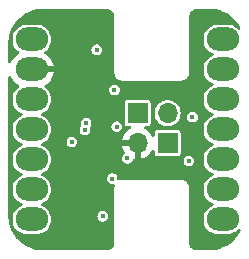
<source format=gbr>
%TF.GenerationSoftware,KiCad,Pcbnew,8.0.8-unknown-202501290020~8b811aa383~ubuntu22.04.1*%
%TF.CreationDate,2025-03-26T11:50:05+00:00*%
%TF.ProjectId,CONTROLLER_XIAO,434f4e54-524f-44c4-9c45-525f5849414f,rev?*%
%TF.SameCoordinates,Original*%
%TF.FileFunction,Copper,L3,Inr*%
%TF.FilePolarity,Positive*%
%FSLAX46Y46*%
G04 Gerber Fmt 4.6, Leading zero omitted, Abs format (unit mm)*
G04 Created by KiCad (PCBNEW 8.0.8-unknown-202501290020~8b811aa383~ubuntu22.04.1) date 2025-03-26 11:50:05*
%MOMM*%
%LPD*%
G01*
G04 APERTURE LIST*
G04 Aperture macros list*
%AMRoundRect*
0 Rectangle with rounded corners*
0 $1 Rounding radius*
0 $2 $3 $4 $5 $6 $7 $8 $9 X,Y pos of 4 corners*
0 Add a 4 corners polygon primitive as box body*
4,1,4,$2,$3,$4,$5,$6,$7,$8,$9,$2,$3,0*
0 Add four circle primitives for the rounded corners*
1,1,$1+$1,$2,$3*
1,1,$1+$1,$4,$5*
1,1,$1+$1,$6,$7*
1,1,$1+$1,$8,$9*
0 Add four rect primitives between the rounded corners*
20,1,$1+$1,$2,$3,$4,$5,0*
20,1,$1+$1,$4,$5,$6,$7,0*
20,1,$1+$1,$6,$7,$8,$9,0*
20,1,$1+$1,$8,$9,$2,$3,0*%
G04 Aperture macros list end*
%TA.AperFunction,ComponentPad*%
%ADD10R,1.700000X1.700000*%
%TD*%
%TA.AperFunction,ComponentPad*%
%ADD11O,1.700000X1.700000*%
%TD*%
%TA.AperFunction,ComponentPad*%
%ADD12RoundRect,1.000000X0.375000X0.000010X-0.375000X0.000010X-0.375000X-0.000010X0.375000X-0.000010X0*%
%TD*%
%TA.AperFunction,ViaPad*%
%ADD13C,0.400000*%
%TD*%
G04 APERTURE END LIST*
D10*
%TO.N,/Sync*%
%TO.C,J3*%
X57460000Y-82860000D03*
D11*
%TO.N,GND*%
X57460000Y-85400000D03*
%TD*%
D10*
%TO.N,VSYS*%
%TO.C,J1*%
X60000000Y-85400000D03*
D11*
%TO.N,/extRef*%
X60000000Y-82860000D03*
%TD*%
D12*
%TO.N,/addr_bus_0*%
%TO.C,U2*%
X64665000Y-76621750D03*
%TO.N,/addr_bus_1*%
X64665000Y-79161750D03*
%TO.N,/addr_bus_2*%
X64665000Y-81701750D03*
%TO.N,/Sync*%
X64665000Y-84241750D03*
%TO.N,/I2C_SDA*%
X64665000Y-86781750D03*
%TO.N,/i2C_SCL*%
X64665000Y-89321750D03*
%TO.N,/IO2*%
X64665000Y-91861750D03*
%TO.N,/IO1_out*%
X48500000Y-91861750D03*
%TO.N,/SCLK*%
X48500000Y-89321750D03*
%TO.N,/POCI*%
X48500000Y-86781750D03*
%TO.N,/PICO*%
X48500000Y-84241750D03*
%TO.N,+3.3V*%
X48500000Y-81701750D03*
%TO.N,GND*%
X48500000Y-79161750D03*
%TO.N,VSYS*%
X48500000Y-76621750D03*
%TD*%
D13*
%TO.N,+3.3V*%
X62100000Y-83200000D03*
X61800000Y-86900000D03*
X55500000Y-80900000D03*
%TO.N,GND*%
X52200000Y-81500000D03*
X51700000Y-93900000D03*
X51500000Y-78200000D03*
X51650000Y-90540000D03*
%TO.N,/IO2*%
X56600000Y-86700000D03*
%TO.N,/PICO*%
X51900000Y-85300000D03*
%TO.N,/extRef*%
X55300000Y-88400000D03*
%TO.N,VSYS*%
X55700000Y-84000000D03*
%TO.N,/addr_bus_4*%
X54500000Y-91600000D03*
X53000000Y-84300000D03*
%TO.N,/addr_bus_3*%
X53100000Y-83700000D03*
X54000000Y-77500000D03*
%TD*%
%TA.AperFunction,Conductor*%
%TO.N,GND*%
G36*
X54806060Y-74011097D02*
G01*
X54821563Y-74012623D01*
X54922367Y-74022552D01*
X54946192Y-74027291D01*
X55052178Y-74059441D01*
X55074630Y-74068741D01*
X55110817Y-74088084D01*
X55172294Y-74120944D01*
X55192504Y-74134448D01*
X55263536Y-74192742D01*
X55278109Y-74204702D01*
X55295297Y-74221890D01*
X55365550Y-74307493D01*
X55379055Y-74327705D01*
X55431256Y-74425366D01*
X55440559Y-74447824D01*
X55472706Y-74553798D01*
X55477448Y-74577638D01*
X55488903Y-74693938D01*
X55489500Y-74706093D01*
X55489500Y-79469982D01*
X55516802Y-79607237D01*
X55516805Y-79607249D01*
X55570361Y-79736546D01*
X55570363Y-79736550D01*
X55648114Y-79852912D01*
X55648120Y-79852920D01*
X55747079Y-79951879D01*
X55747087Y-79951885D01*
X55863449Y-80029636D01*
X55863453Y-80029638D01*
X55975988Y-80076251D01*
X55992755Y-80083196D01*
X56130017Y-80110499D01*
X56130021Y-80110500D01*
X56130022Y-80110500D01*
X61169979Y-80110500D01*
X61169980Y-80110499D01*
X61307245Y-80083196D01*
X61436548Y-80029637D01*
X61436550Y-80029636D01*
X61494341Y-79991020D01*
X61552917Y-79951882D01*
X61651882Y-79852917D01*
X61729637Y-79736548D01*
X61783196Y-79607245D01*
X61810500Y-79469978D01*
X61810500Y-79400000D01*
X61810500Y-79396588D01*
X61810500Y-74706093D01*
X61811097Y-74693939D01*
X61817392Y-74630022D01*
X61822552Y-74577630D01*
X61827290Y-74553809D01*
X61859442Y-74447817D01*
X61868740Y-74425372D01*
X61920947Y-74327699D01*
X61934444Y-74307499D01*
X62004706Y-74221885D01*
X62021885Y-74204706D01*
X62107499Y-74134444D01*
X62127699Y-74120947D01*
X62225372Y-74068740D01*
X62247817Y-74059442D01*
X62353809Y-74027290D01*
X62377632Y-74022552D01*
X62468699Y-74013582D01*
X62493941Y-74011097D01*
X62506094Y-74010500D01*
X63496588Y-74010500D01*
X63496749Y-74010500D01*
X63503241Y-74010669D01*
X63806004Y-74026546D01*
X63818890Y-74027900D01*
X64115139Y-74074830D01*
X64127812Y-74077524D01*
X64417527Y-74155160D01*
X64429849Y-74159164D01*
X64709861Y-74266656D01*
X64721708Y-74271931D01*
X64804215Y-74313972D01*
X64988941Y-74408098D01*
X65000171Y-74414581D01*
X65251722Y-74577944D01*
X65262199Y-74585556D01*
X65495242Y-74774272D01*
X65495290Y-74774311D01*
X65504935Y-74782996D01*
X65717003Y-74995064D01*
X65725688Y-75004709D01*
X65914439Y-75237795D01*
X65922058Y-75248281D01*
X66044391Y-75436653D01*
X66085412Y-75499818D01*
X66091901Y-75511057D01*
X66145903Y-75617037D01*
X66158800Y-75685706D01*
X66132525Y-75750447D01*
X66075419Y-75790705D01*
X66005614Y-75793699D01*
X65947738Y-75761015D01*
X65844657Y-75657934D01*
X65844654Y-75657931D01*
X65844650Y-75657928D01*
X65844645Y-75657924D01*
X65659632Y-75529747D01*
X65659630Y-75529745D01*
X65659626Y-75529743D01*
X65618487Y-75511057D01*
X65454681Y-75436653D01*
X65454678Y-75436652D01*
X65236420Y-75381655D01*
X65236413Y-75381654D01*
X65192347Y-75378186D01*
X65104217Y-75371250D01*
X65104215Y-75371250D01*
X64225791Y-75371250D01*
X64225776Y-75371251D01*
X64093586Y-75381654D01*
X64093579Y-75381655D01*
X63875321Y-75436652D01*
X63875318Y-75436653D01*
X63670377Y-75529741D01*
X63670367Y-75529747D01*
X63485354Y-75657924D01*
X63485342Y-75657934D01*
X63326184Y-75817092D01*
X63326174Y-75817104D01*
X63197997Y-76002117D01*
X63197991Y-76002127D01*
X63104903Y-76207068D01*
X63104902Y-76207071D01*
X63049905Y-76425329D01*
X63049904Y-76425336D01*
X63039500Y-76557528D01*
X63039500Y-76685957D01*
X63039501Y-76685974D01*
X63049904Y-76818163D01*
X63049905Y-76818170D01*
X63104902Y-77036428D01*
X63104903Y-77036431D01*
X63197991Y-77241372D01*
X63197997Y-77241382D01*
X63326174Y-77426395D01*
X63326178Y-77426400D01*
X63326181Y-77426404D01*
X63485346Y-77585569D01*
X63485350Y-77585572D01*
X63485354Y-77585575D01*
X63601650Y-77666145D01*
X63670374Y-77713757D01*
X63707557Y-77730646D01*
X63813683Y-77778851D01*
X63866580Y-77824498D01*
X63886402Y-77891497D01*
X63866854Y-77958577D01*
X63814143Y-78004439D01*
X63813683Y-78004649D01*
X63670377Y-78069741D01*
X63670367Y-78069747D01*
X63485354Y-78197924D01*
X63485342Y-78197934D01*
X63326184Y-78357092D01*
X63326174Y-78357104D01*
X63197997Y-78542117D01*
X63197991Y-78542127D01*
X63104903Y-78747068D01*
X63104902Y-78747071D01*
X63049905Y-78965329D01*
X63049904Y-78965336D01*
X63039500Y-79097528D01*
X63039500Y-79225957D01*
X63039501Y-79225974D01*
X63049904Y-79358163D01*
X63049905Y-79358170D01*
X63104902Y-79576428D01*
X63104903Y-79576431D01*
X63197991Y-79781372D01*
X63197997Y-79781382D01*
X63326174Y-79966395D01*
X63326178Y-79966400D01*
X63326181Y-79966404D01*
X63485346Y-80125569D01*
X63485350Y-80125572D01*
X63485354Y-80125575D01*
X63624603Y-80222047D01*
X63670374Y-80253757D01*
X63745139Y-80287717D01*
X63813683Y-80318851D01*
X63866580Y-80364498D01*
X63886402Y-80431497D01*
X63866854Y-80498577D01*
X63814143Y-80544439D01*
X63813683Y-80544649D01*
X63670377Y-80609741D01*
X63670367Y-80609747D01*
X63485354Y-80737924D01*
X63485342Y-80737934D01*
X63326184Y-80897092D01*
X63326174Y-80897104D01*
X63197997Y-81082117D01*
X63197991Y-81082127D01*
X63104903Y-81287068D01*
X63104902Y-81287071D01*
X63049905Y-81505329D01*
X63049904Y-81505336D01*
X63039500Y-81637528D01*
X63039500Y-81765957D01*
X63039501Y-81765974D01*
X63049904Y-81898163D01*
X63049905Y-81898170D01*
X63104902Y-82116428D01*
X63104903Y-82116431D01*
X63197991Y-82321372D01*
X63197997Y-82321382D01*
X63326174Y-82506395D01*
X63326178Y-82506400D01*
X63326181Y-82506404D01*
X63485346Y-82665569D01*
X63485350Y-82665572D01*
X63485354Y-82665575D01*
X63606493Y-82749500D01*
X63670374Y-82793757D01*
X63745139Y-82827717D01*
X63813683Y-82858851D01*
X63866580Y-82904498D01*
X63886402Y-82971497D01*
X63866854Y-83038577D01*
X63814143Y-83084439D01*
X63813683Y-83084649D01*
X63670377Y-83149741D01*
X63670367Y-83149747D01*
X63485354Y-83277924D01*
X63485342Y-83277934D01*
X63326184Y-83437092D01*
X63326174Y-83437104D01*
X63197997Y-83622117D01*
X63197991Y-83622127D01*
X63104903Y-83827068D01*
X63104902Y-83827071D01*
X63049905Y-84045329D01*
X63049904Y-84045336D01*
X63039500Y-84177528D01*
X63039500Y-84305957D01*
X63039501Y-84305974D01*
X63049904Y-84438163D01*
X63049905Y-84438170D01*
X63104902Y-84656428D01*
X63104903Y-84656431D01*
X63197991Y-84861372D01*
X63197997Y-84861382D01*
X63326174Y-85046395D01*
X63326178Y-85046400D01*
X63326181Y-85046404D01*
X63485346Y-85205569D01*
X63485350Y-85205572D01*
X63485354Y-85205575D01*
X63584120Y-85274000D01*
X63670374Y-85333757D01*
X63745139Y-85367717D01*
X63813683Y-85398851D01*
X63866580Y-85444498D01*
X63886402Y-85511497D01*
X63866854Y-85578577D01*
X63814143Y-85624439D01*
X63813683Y-85624649D01*
X63670377Y-85689741D01*
X63670367Y-85689747D01*
X63485354Y-85817924D01*
X63485342Y-85817934D01*
X63326184Y-85977092D01*
X63326174Y-85977104D01*
X63197997Y-86162117D01*
X63197991Y-86162127D01*
X63104903Y-86367068D01*
X63104902Y-86367071D01*
X63049905Y-86585329D01*
X63049904Y-86585336D01*
X63039500Y-86717528D01*
X63039500Y-86845957D01*
X63039501Y-86845974D01*
X63049904Y-86978163D01*
X63049905Y-86978170D01*
X63104902Y-87196428D01*
X63104903Y-87196431D01*
X63197991Y-87401372D01*
X63197997Y-87401382D01*
X63326174Y-87586395D01*
X63326178Y-87586400D01*
X63326181Y-87586404D01*
X63485346Y-87745569D01*
X63485350Y-87745572D01*
X63485354Y-87745575D01*
X63624603Y-87842047D01*
X63670374Y-87873757D01*
X63745139Y-87907717D01*
X63813683Y-87938851D01*
X63866580Y-87984498D01*
X63886402Y-88051497D01*
X63866854Y-88118577D01*
X63814143Y-88164439D01*
X63813683Y-88164649D01*
X63670377Y-88229741D01*
X63670367Y-88229747D01*
X63485354Y-88357924D01*
X63485342Y-88357934D01*
X63326184Y-88517092D01*
X63326174Y-88517104D01*
X63197997Y-88702117D01*
X63197991Y-88702127D01*
X63104903Y-88907068D01*
X63104902Y-88907071D01*
X63049905Y-89125329D01*
X63049904Y-89125336D01*
X63039500Y-89257528D01*
X63039500Y-89385957D01*
X63039501Y-89385974D01*
X63049904Y-89518163D01*
X63049905Y-89518170D01*
X63104902Y-89736428D01*
X63104903Y-89736431D01*
X63197991Y-89941372D01*
X63197997Y-89941382D01*
X63326174Y-90126395D01*
X63326178Y-90126400D01*
X63326181Y-90126404D01*
X63485346Y-90285569D01*
X63485350Y-90285572D01*
X63485354Y-90285575D01*
X63624603Y-90382047D01*
X63670374Y-90413757D01*
X63745139Y-90447717D01*
X63813683Y-90478851D01*
X63866580Y-90524498D01*
X63886402Y-90591497D01*
X63866854Y-90658577D01*
X63814143Y-90704439D01*
X63813683Y-90704649D01*
X63670377Y-90769741D01*
X63670367Y-90769747D01*
X63485354Y-90897924D01*
X63485342Y-90897934D01*
X63326184Y-91057092D01*
X63326174Y-91057104D01*
X63197997Y-91242117D01*
X63197991Y-91242127D01*
X63104903Y-91447068D01*
X63104902Y-91447071D01*
X63049905Y-91665329D01*
X63049904Y-91665336D01*
X63039500Y-91797528D01*
X63039500Y-91925957D01*
X63039501Y-91925974D01*
X63049904Y-92058163D01*
X63049905Y-92058170D01*
X63104902Y-92276428D01*
X63104903Y-92276431D01*
X63197991Y-92481372D01*
X63197997Y-92481382D01*
X63326174Y-92666395D01*
X63326178Y-92666400D01*
X63326181Y-92666404D01*
X63485346Y-92825569D01*
X63485350Y-92825572D01*
X63485354Y-92825575D01*
X63624603Y-92922047D01*
X63670374Y-92953757D01*
X63875317Y-93046846D01*
X63875321Y-93046847D01*
X64093579Y-93101844D01*
X64093581Y-93101844D01*
X64093588Y-93101846D01*
X64225783Y-93112250D01*
X65104216Y-93112249D01*
X65236412Y-93101846D01*
X65454683Y-93046846D01*
X65659626Y-92953757D01*
X65844654Y-92825569D01*
X65964991Y-92705231D01*
X66026310Y-92671749D01*
X66096002Y-92676733D01*
X66151936Y-92718604D01*
X66176353Y-92784068D01*
X66163154Y-92849209D01*
X66091945Y-92988968D01*
X66085455Y-93000209D01*
X65922109Y-93251741D01*
X65914480Y-93262241D01*
X65725730Y-93495329D01*
X65717045Y-93504975D01*
X65504975Y-93717045D01*
X65495329Y-93725730D01*
X65262241Y-93914480D01*
X65251741Y-93922109D01*
X65000209Y-94085455D01*
X64988968Y-94091945D01*
X64721736Y-94228104D01*
X64709879Y-94233383D01*
X64429878Y-94340864D01*
X64417533Y-94344875D01*
X64127838Y-94422495D01*
X64115143Y-94425194D01*
X63818901Y-94472111D01*
X63805992Y-94473467D01*
X63503245Y-94489330D01*
X63496757Y-94489500D01*
X62506094Y-94489500D01*
X62493940Y-94488903D01*
X62377639Y-94477448D01*
X62353799Y-94472706D01*
X62311469Y-94459865D01*
X62247824Y-94440559D01*
X62225366Y-94431256D01*
X62127705Y-94379055D01*
X62107493Y-94365550D01*
X62021890Y-94295297D01*
X62004702Y-94278109D01*
X61934449Y-94192506D01*
X61920944Y-94172294D01*
X61868741Y-94074630D01*
X61859440Y-94052175D01*
X61827291Y-93946192D01*
X61822552Y-93922367D01*
X61811097Y-93806060D01*
X61810500Y-93793906D01*
X61810500Y-89130021D01*
X61810499Y-89130017D01*
X61809568Y-89125336D01*
X61783196Y-88992755D01*
X61780847Y-88987083D01*
X61729638Y-88863453D01*
X61729636Y-88863449D01*
X61651885Y-88747087D01*
X61651879Y-88747079D01*
X61552920Y-88648120D01*
X61552912Y-88648114D01*
X61436550Y-88570363D01*
X61436546Y-88570361D01*
X61307249Y-88516805D01*
X61307237Y-88516802D01*
X61169982Y-88489500D01*
X61169978Y-88489500D01*
X61104349Y-88489500D01*
X56203412Y-88489500D01*
X56200000Y-88489500D01*
X56130022Y-88489500D01*
X56130017Y-88489500D01*
X55992762Y-88516802D01*
X55992750Y-88516805D01*
X55923407Y-88545528D01*
X55853937Y-88552997D01*
X55791458Y-88521721D01*
X55755807Y-88461632D01*
X55753218Y-88413316D01*
X55755133Y-88400000D01*
X55736697Y-88271774D01*
X55682882Y-88153938D01*
X55682882Y-88153937D01*
X55598049Y-88056033D01*
X55489069Y-87985996D01*
X55489065Y-87985994D01*
X55489064Y-87985994D01*
X55364774Y-87949500D01*
X55364772Y-87949500D01*
X55235228Y-87949500D01*
X55235226Y-87949500D01*
X55110935Y-87985994D01*
X55110932Y-87985995D01*
X55110931Y-87985996D01*
X55059677Y-88018934D01*
X55001950Y-88056033D01*
X54917118Y-88153937D01*
X54917117Y-88153938D01*
X54863302Y-88271774D01*
X54844867Y-88400000D01*
X54863302Y-88528225D01*
X54908276Y-88626702D01*
X54917118Y-88646063D01*
X55001951Y-88743967D01*
X55110931Y-88814004D01*
X55120910Y-88816934D01*
X55235225Y-88850499D01*
X55235227Y-88850500D01*
X55235228Y-88850500D01*
X55364773Y-88850500D01*
X55373552Y-88849238D01*
X55373944Y-88851968D01*
X55429629Y-88851960D01*
X55488413Y-88889725D01*
X55517448Y-88953276D01*
X55516330Y-88995134D01*
X55489500Y-89130017D01*
X55489500Y-93793906D01*
X55488903Y-93806061D01*
X55477448Y-93922361D01*
X55472706Y-93946201D01*
X55440559Y-94052175D01*
X55431256Y-94074633D01*
X55379055Y-94172294D01*
X55365550Y-94192506D01*
X55295297Y-94278109D01*
X55278109Y-94295297D01*
X55192506Y-94365550D01*
X55172294Y-94379055D01*
X55074633Y-94431256D01*
X55052175Y-94440559D01*
X54946201Y-94472706D01*
X54922361Y-94477448D01*
X54806061Y-94488903D01*
X54793906Y-94489500D01*
X49503251Y-94489500D01*
X49496759Y-94489330D01*
X49444613Y-94486595D01*
X49194005Y-94473454D01*
X49181098Y-94472097D01*
X48884871Y-94425171D01*
X48872176Y-94422472D01*
X48582483Y-94344842D01*
X48570139Y-94340831D01*
X48290143Y-94233345D01*
X48278287Y-94228066D01*
X48011058Y-94091901D01*
X47999818Y-94085412D01*
X47748281Y-93922058D01*
X47737795Y-93914439D01*
X47592262Y-93796588D01*
X47504709Y-93725688D01*
X47495064Y-93717003D01*
X47282996Y-93504935D01*
X47274311Y-93495290D01*
X47194862Y-93397179D01*
X47085556Y-93262199D01*
X47077944Y-93251722D01*
X46914581Y-93000171D01*
X46908098Y-92988941D01*
X46771933Y-92721712D01*
X46766654Y-92709856D01*
X46753939Y-92676733D01*
X46659164Y-92429849D01*
X46655160Y-92417527D01*
X46577524Y-92127812D01*
X46574830Y-92115139D01*
X46527900Y-91818890D01*
X46526546Y-91806004D01*
X46510670Y-91503241D01*
X46510500Y-91496748D01*
X46510500Y-79809503D01*
X46530185Y-79742464D01*
X46582989Y-79696709D01*
X46652147Y-79686765D01*
X46715703Y-79715790D01*
X46750018Y-79764429D01*
X46772794Y-79822802D01*
X46900046Y-80036358D01*
X47060703Y-80226044D01*
X47060705Y-80226046D01*
X47250391Y-80386702D01*
X47394953Y-80472843D01*
X47442467Y-80524070D01*
X47454743Y-80592853D01*
X47427884Y-80657353D01*
X47402095Y-80681294D01*
X47320354Y-80737924D01*
X47320342Y-80737934D01*
X47161184Y-80897092D01*
X47161174Y-80897104D01*
X47032997Y-81082117D01*
X47032991Y-81082127D01*
X46939903Y-81287068D01*
X46939902Y-81287071D01*
X46884905Y-81505329D01*
X46884904Y-81505336D01*
X46874500Y-81637528D01*
X46874500Y-81765957D01*
X46874501Y-81765974D01*
X46884904Y-81898163D01*
X46884905Y-81898170D01*
X46939902Y-82116428D01*
X46939903Y-82116431D01*
X47032991Y-82321372D01*
X47032997Y-82321382D01*
X47161174Y-82506395D01*
X47161178Y-82506400D01*
X47161181Y-82506404D01*
X47320346Y-82665569D01*
X47320350Y-82665572D01*
X47320354Y-82665575D01*
X47441493Y-82749500D01*
X47505374Y-82793757D01*
X47580139Y-82827717D01*
X47648683Y-82858851D01*
X47701580Y-82904498D01*
X47721402Y-82971497D01*
X47701854Y-83038577D01*
X47649143Y-83084439D01*
X47648683Y-83084649D01*
X47505377Y-83149741D01*
X47505367Y-83149747D01*
X47320354Y-83277924D01*
X47320342Y-83277934D01*
X47161184Y-83437092D01*
X47161174Y-83437104D01*
X47032997Y-83622117D01*
X47032991Y-83622127D01*
X46939903Y-83827068D01*
X46939902Y-83827071D01*
X46884905Y-84045329D01*
X46884904Y-84045336D01*
X46874500Y-84177528D01*
X46874500Y-84305957D01*
X46874501Y-84305974D01*
X46884904Y-84438163D01*
X46884905Y-84438170D01*
X46939902Y-84656428D01*
X46939903Y-84656431D01*
X47032991Y-84861372D01*
X47032997Y-84861382D01*
X47161174Y-85046395D01*
X47161178Y-85046400D01*
X47161181Y-85046404D01*
X47320346Y-85205569D01*
X47320350Y-85205572D01*
X47320354Y-85205575D01*
X47419120Y-85274000D01*
X47505374Y-85333757D01*
X47580139Y-85367717D01*
X47648683Y-85398851D01*
X47701580Y-85444498D01*
X47721402Y-85511497D01*
X47701854Y-85578577D01*
X47649143Y-85624439D01*
X47648683Y-85624649D01*
X47505377Y-85689741D01*
X47505367Y-85689747D01*
X47320354Y-85817924D01*
X47320342Y-85817934D01*
X47161184Y-85977092D01*
X47161174Y-85977104D01*
X47032997Y-86162117D01*
X47032991Y-86162127D01*
X46939903Y-86367068D01*
X46939902Y-86367071D01*
X46884905Y-86585329D01*
X46884904Y-86585336D01*
X46874500Y-86717528D01*
X46874500Y-86845957D01*
X46874501Y-86845974D01*
X46884904Y-86978163D01*
X46884905Y-86978170D01*
X46939902Y-87196428D01*
X46939903Y-87196431D01*
X47032991Y-87401372D01*
X47032997Y-87401382D01*
X47161174Y-87586395D01*
X47161178Y-87586400D01*
X47161181Y-87586404D01*
X47320346Y-87745569D01*
X47320350Y-87745572D01*
X47320354Y-87745575D01*
X47459603Y-87842047D01*
X47505374Y-87873757D01*
X47580139Y-87907717D01*
X47648683Y-87938851D01*
X47701580Y-87984498D01*
X47721402Y-88051497D01*
X47701854Y-88118577D01*
X47649143Y-88164439D01*
X47648683Y-88164649D01*
X47505377Y-88229741D01*
X47505367Y-88229747D01*
X47320354Y-88357924D01*
X47320342Y-88357934D01*
X47161184Y-88517092D01*
X47161174Y-88517104D01*
X47032997Y-88702117D01*
X47032991Y-88702127D01*
X46939903Y-88907068D01*
X46939902Y-88907071D01*
X46884905Y-89125329D01*
X46884904Y-89125336D01*
X46874500Y-89257528D01*
X46874500Y-89385957D01*
X46874501Y-89385974D01*
X46884904Y-89518163D01*
X46884905Y-89518170D01*
X46939902Y-89736428D01*
X46939903Y-89736431D01*
X47032991Y-89941372D01*
X47032997Y-89941382D01*
X47161174Y-90126395D01*
X47161178Y-90126400D01*
X47161181Y-90126404D01*
X47320346Y-90285569D01*
X47320350Y-90285572D01*
X47320354Y-90285575D01*
X47459603Y-90382047D01*
X47505374Y-90413757D01*
X47580139Y-90447717D01*
X47648683Y-90478851D01*
X47701580Y-90524498D01*
X47721402Y-90591497D01*
X47701854Y-90658577D01*
X47649143Y-90704439D01*
X47648683Y-90704649D01*
X47505377Y-90769741D01*
X47505367Y-90769747D01*
X47320354Y-90897924D01*
X47320342Y-90897934D01*
X47161184Y-91057092D01*
X47161174Y-91057104D01*
X47032997Y-91242117D01*
X47032991Y-91242127D01*
X46939903Y-91447068D01*
X46939902Y-91447071D01*
X46884905Y-91665329D01*
X46884904Y-91665336D01*
X46874500Y-91797528D01*
X46874500Y-91925957D01*
X46874501Y-91925974D01*
X46884904Y-92058163D01*
X46884905Y-92058170D01*
X46939902Y-92276428D01*
X46939903Y-92276431D01*
X47032991Y-92481372D01*
X47032997Y-92481382D01*
X47161174Y-92666395D01*
X47161178Y-92666400D01*
X47161181Y-92666404D01*
X47320346Y-92825569D01*
X47320350Y-92825572D01*
X47320354Y-92825575D01*
X47459603Y-92922047D01*
X47505374Y-92953757D01*
X47710317Y-93046846D01*
X47710321Y-93046847D01*
X47928579Y-93101844D01*
X47928581Y-93101844D01*
X47928588Y-93101846D01*
X48060783Y-93112250D01*
X48939216Y-93112249D01*
X49071412Y-93101846D01*
X49289683Y-93046846D01*
X49494626Y-92953757D01*
X49679654Y-92825569D01*
X49838819Y-92666404D01*
X49967007Y-92481376D01*
X50060096Y-92276433D01*
X50115096Y-92058162D01*
X50125500Y-91925967D01*
X50125499Y-91797534D01*
X50115096Y-91665338D01*
X50098632Y-91600000D01*
X54044867Y-91600000D01*
X54063302Y-91728225D01*
X54094955Y-91797533D01*
X54117118Y-91846063D01*
X54201951Y-91943967D01*
X54310931Y-92014004D01*
X54435225Y-92050499D01*
X54435227Y-92050500D01*
X54435228Y-92050500D01*
X54564773Y-92050500D01*
X54564773Y-92050499D01*
X54689069Y-92014004D01*
X54798049Y-91943967D01*
X54882882Y-91846063D01*
X54936697Y-91728226D01*
X54955133Y-91600000D01*
X54936697Y-91471774D01*
X54882882Y-91353937D01*
X54798049Y-91256033D01*
X54689069Y-91185996D01*
X54689065Y-91185994D01*
X54689064Y-91185994D01*
X54564774Y-91149500D01*
X54564772Y-91149500D01*
X54435228Y-91149500D01*
X54435226Y-91149500D01*
X54310935Y-91185994D01*
X54310932Y-91185995D01*
X54310931Y-91185996D01*
X54259677Y-91218934D01*
X54201950Y-91256033D01*
X54117118Y-91353937D01*
X54117117Y-91353938D01*
X54063302Y-91471774D01*
X54044867Y-91600000D01*
X50098632Y-91600000D01*
X50060096Y-91447067D01*
X49967007Y-91242124D01*
X49838819Y-91057096D01*
X49679654Y-90897931D01*
X49679650Y-90897928D01*
X49679645Y-90897924D01*
X49494632Y-90769747D01*
X49494623Y-90769741D01*
X49351316Y-90704649D01*
X49298419Y-90659002D01*
X49278597Y-90592003D01*
X49298145Y-90524924D01*
X49350855Y-90479061D01*
X49351316Y-90478851D01*
X49494626Y-90413757D01*
X49679654Y-90285569D01*
X49838819Y-90126404D01*
X49967007Y-89941376D01*
X50060096Y-89736433D01*
X50115096Y-89518162D01*
X50125500Y-89385967D01*
X50125499Y-89257534D01*
X50115096Y-89125338D01*
X50081689Y-88992762D01*
X50060097Y-88907071D01*
X50060096Y-88907068D01*
X50052218Y-88889725D01*
X49967007Y-88702124D01*
X49870611Y-88562985D01*
X49838825Y-88517104D01*
X49838822Y-88517100D01*
X49838819Y-88517096D01*
X49679654Y-88357931D01*
X49679650Y-88357928D01*
X49679645Y-88357924D01*
X49494632Y-88229747D01*
X49494623Y-88229741D01*
X49351316Y-88164649D01*
X49298419Y-88119002D01*
X49278597Y-88052003D01*
X49298145Y-87984924D01*
X49350855Y-87939061D01*
X49351316Y-87938851D01*
X49494626Y-87873757D01*
X49679654Y-87745569D01*
X49838819Y-87586404D01*
X49967007Y-87401376D01*
X50060096Y-87196433D01*
X50115096Y-86978162D01*
X50125500Y-86845967D01*
X50125499Y-86717534D01*
X50115096Y-86585338D01*
X50112138Y-86573600D01*
X50060097Y-86367071D01*
X50060096Y-86367068D01*
X50055083Y-86356032D01*
X49967007Y-86162124D01*
X49838819Y-85977096D01*
X49679654Y-85817931D01*
X49679650Y-85817928D01*
X49679645Y-85817924D01*
X49494632Y-85689747D01*
X49494623Y-85689741D01*
X49351316Y-85624649D01*
X49298419Y-85579002D01*
X49278597Y-85512003D01*
X49298145Y-85444924D01*
X49350855Y-85399061D01*
X49351316Y-85398851D01*
X49494626Y-85333757D01*
X49543351Y-85300000D01*
X51444867Y-85300000D01*
X51463302Y-85428225D01*
X51515104Y-85541654D01*
X51517118Y-85546063D01*
X51601951Y-85643967D01*
X51710931Y-85714004D01*
X51835225Y-85750499D01*
X51835227Y-85750500D01*
X51835228Y-85750500D01*
X51964773Y-85750500D01*
X51964773Y-85750499D01*
X52089069Y-85714004D01*
X52198049Y-85643967D01*
X52282882Y-85546063D01*
X52336697Y-85428226D01*
X52355133Y-85300000D01*
X52336697Y-85171774D01*
X52326753Y-85149999D01*
X56129364Y-85149999D01*
X56129364Y-85150000D01*
X57026988Y-85150000D01*
X56994075Y-85207007D01*
X56960000Y-85334174D01*
X56960000Y-85465826D01*
X56994075Y-85592993D01*
X57026988Y-85650000D01*
X56129364Y-85650000D01*
X56186567Y-85863486D01*
X56186570Y-85863492D01*
X56286400Y-86077578D01*
X56351690Y-86170822D01*
X56374017Y-86237029D01*
X56357007Y-86304796D01*
X56317157Y-86346260D01*
X56301951Y-86356032D01*
X56217118Y-86453937D01*
X56217117Y-86453938D01*
X56163302Y-86571774D01*
X56144867Y-86700000D01*
X56163302Y-86828225D01*
X56171408Y-86845974D01*
X56217118Y-86946063D01*
X56301951Y-87043967D01*
X56410931Y-87114004D01*
X56535225Y-87150499D01*
X56535227Y-87150500D01*
X56535228Y-87150500D01*
X56664773Y-87150500D01*
X56664773Y-87150499D01*
X56789069Y-87114004D01*
X56898049Y-87043967D01*
X56982882Y-86946063D01*
X57003919Y-86900000D01*
X61344867Y-86900000D01*
X61363302Y-87028225D01*
X61402477Y-87114004D01*
X61417118Y-87146063D01*
X61501951Y-87243967D01*
X61610931Y-87314004D01*
X61735225Y-87350499D01*
X61735227Y-87350500D01*
X61735228Y-87350500D01*
X61864773Y-87350500D01*
X61864773Y-87350499D01*
X61989069Y-87314004D01*
X62098049Y-87243967D01*
X62182882Y-87146063D01*
X62236697Y-87028226D01*
X62255133Y-86900000D01*
X62236697Y-86771774D01*
X62182882Y-86653937D01*
X62098049Y-86556033D01*
X61989069Y-86485996D01*
X61989065Y-86485994D01*
X61989064Y-86485994D01*
X61864774Y-86449500D01*
X61864772Y-86449500D01*
X61735228Y-86449500D01*
X61735226Y-86449500D01*
X61610935Y-86485994D01*
X61610932Y-86485995D01*
X61610931Y-86485996D01*
X61572807Y-86510497D01*
X61501950Y-86556033D01*
X61417118Y-86653937D01*
X61417117Y-86653938D01*
X61363302Y-86771774D01*
X61344867Y-86900000D01*
X57003919Y-86900000D01*
X57036697Y-86828226D01*
X57036754Y-86827832D01*
X57036918Y-86827471D01*
X57039197Y-86819713D01*
X57040311Y-86820040D01*
X57065776Y-86764275D01*
X57124553Y-86726499D01*
X57191586Y-86725700D01*
X57210000Y-86730634D01*
X57210000Y-85833012D01*
X57267007Y-85865925D01*
X57394174Y-85900000D01*
X57525826Y-85900000D01*
X57652993Y-85865925D01*
X57710000Y-85833012D01*
X57710000Y-86730633D01*
X57923483Y-86673433D01*
X57923492Y-86673429D01*
X58137578Y-86573600D01*
X58331082Y-86438105D01*
X58498105Y-86271082D01*
X58633600Y-86077577D01*
X58633601Y-86077575D01*
X58663118Y-86014277D01*
X58709290Y-85961837D01*
X58776483Y-85942685D01*
X58843364Y-85962900D01*
X58888699Y-86016065D01*
X58899500Y-86066681D01*
X58899500Y-86274678D01*
X58914032Y-86347735D01*
X58914033Y-86347739D01*
X58914034Y-86347740D01*
X58969399Y-86430601D01*
X59049053Y-86483823D01*
X59052260Y-86485966D01*
X59052264Y-86485967D01*
X59125321Y-86500499D01*
X59125324Y-86500500D01*
X59125326Y-86500500D01*
X60874676Y-86500500D01*
X60874677Y-86500499D01*
X60947740Y-86485966D01*
X61030601Y-86430601D01*
X61085966Y-86347740D01*
X61100500Y-86274674D01*
X61100500Y-84525326D01*
X61100500Y-84525323D01*
X61100499Y-84525321D01*
X61085967Y-84452264D01*
X61085966Y-84452260D01*
X61084789Y-84450499D01*
X61030601Y-84369399D01*
X60947740Y-84314034D01*
X60947739Y-84314033D01*
X60947735Y-84314032D01*
X60874677Y-84299500D01*
X60874674Y-84299500D01*
X59125326Y-84299500D01*
X59125323Y-84299500D01*
X59052264Y-84314032D01*
X59052260Y-84314033D01*
X58969399Y-84369399D01*
X58914033Y-84452260D01*
X58914032Y-84452264D01*
X58899500Y-84525321D01*
X58899500Y-84733318D01*
X58879815Y-84800357D01*
X58827011Y-84846112D01*
X58757853Y-84856056D01*
X58694297Y-84827031D01*
X58663118Y-84785723D01*
X58633600Y-84722422D01*
X58633599Y-84722420D01*
X58498113Y-84528926D01*
X58498108Y-84528920D01*
X58331082Y-84361894D01*
X58137578Y-84226399D01*
X58074277Y-84196882D01*
X58021838Y-84150710D01*
X58002686Y-84083516D01*
X58022902Y-84016635D01*
X58076067Y-83971300D01*
X58126682Y-83960500D01*
X58334676Y-83960500D01*
X58334677Y-83960499D01*
X58407740Y-83945966D01*
X58490601Y-83890601D01*
X58545966Y-83807740D01*
X58560500Y-83734674D01*
X58560500Y-82859999D01*
X58894785Y-82859999D01*
X58894785Y-82860000D01*
X58913602Y-83063082D01*
X58969417Y-83259247D01*
X58969422Y-83259260D01*
X59060327Y-83441821D01*
X59183237Y-83604581D01*
X59333958Y-83741980D01*
X59333960Y-83741982D01*
X59353270Y-83753938D01*
X59507363Y-83849348D01*
X59697544Y-83923024D01*
X59898024Y-83960500D01*
X59898026Y-83960500D01*
X60101974Y-83960500D01*
X60101976Y-83960500D01*
X60302456Y-83923024D01*
X60492637Y-83849348D01*
X60666041Y-83741981D01*
X60816764Y-83604579D01*
X60939673Y-83441821D01*
X61030582Y-83259250D01*
X61047440Y-83200000D01*
X61644867Y-83200000D01*
X61663302Y-83328225D01*
X61715181Y-83441821D01*
X61717118Y-83446063D01*
X61801951Y-83543967D01*
X61910931Y-83614004D01*
X62035225Y-83650499D01*
X62035227Y-83650500D01*
X62035228Y-83650500D01*
X62164773Y-83650500D01*
X62164773Y-83650499D01*
X62289069Y-83614004D01*
X62398049Y-83543967D01*
X62482882Y-83446063D01*
X62536697Y-83328226D01*
X62555133Y-83200000D01*
X62536697Y-83071774D01*
X62482882Y-82953937D01*
X62398049Y-82856033D01*
X62289069Y-82785996D01*
X62289065Y-82785994D01*
X62289064Y-82785994D01*
X62164774Y-82749500D01*
X62164772Y-82749500D01*
X62035228Y-82749500D01*
X62035226Y-82749500D01*
X61910935Y-82785994D01*
X61910932Y-82785995D01*
X61910931Y-82785996D01*
X61859677Y-82818934D01*
X61801950Y-82856033D01*
X61717118Y-82953937D01*
X61717117Y-82953938D01*
X61663302Y-83071774D01*
X61644867Y-83200000D01*
X61047440Y-83200000D01*
X61086397Y-83063083D01*
X61105215Y-82860000D01*
X61104847Y-82856033D01*
X61086397Y-82656917D01*
X61030582Y-82460750D01*
X60939673Y-82278179D01*
X60817527Y-82116431D01*
X60816762Y-82115418D01*
X60666041Y-81978019D01*
X60666039Y-81978017D01*
X60492642Y-81870655D01*
X60492635Y-81870651D01*
X60386150Y-81829399D01*
X60302456Y-81796976D01*
X60101976Y-81759500D01*
X59898024Y-81759500D01*
X59697544Y-81796976D01*
X59697541Y-81796976D01*
X59697541Y-81796977D01*
X59507364Y-81870651D01*
X59507357Y-81870655D01*
X59333960Y-81978017D01*
X59333958Y-81978019D01*
X59183237Y-82115418D01*
X59060327Y-82278178D01*
X58969422Y-82460739D01*
X58969417Y-82460752D01*
X58913602Y-82656917D01*
X58894785Y-82859999D01*
X58560500Y-82859999D01*
X58560500Y-81985326D01*
X58560500Y-81985323D01*
X58560499Y-81985321D01*
X58545967Y-81912264D01*
X58545966Y-81912260D01*
X58490601Y-81829399D01*
X58407740Y-81774034D01*
X58407739Y-81774033D01*
X58407735Y-81774032D01*
X58334677Y-81759500D01*
X58334674Y-81759500D01*
X56585326Y-81759500D01*
X56585323Y-81759500D01*
X56512264Y-81774032D01*
X56512260Y-81774033D01*
X56429399Y-81829399D01*
X56374033Y-81912260D01*
X56374032Y-81912264D01*
X56359500Y-81985321D01*
X56359500Y-83734678D01*
X56372178Y-83798414D01*
X56371740Y-83803297D01*
X56372443Y-83804108D01*
X56374004Y-83807694D01*
X56374033Y-83807738D01*
X56374034Y-83807740D01*
X56429399Y-83890601D01*
X56500039Y-83937800D01*
X56512260Y-83945966D01*
X56512264Y-83945967D01*
X56585321Y-83960499D01*
X56585324Y-83960500D01*
X56793318Y-83960500D01*
X56860357Y-83980185D01*
X56906112Y-84032989D01*
X56916056Y-84102147D01*
X56887031Y-84165703D01*
X56845723Y-84196882D01*
X56782422Y-84226399D01*
X56782420Y-84226400D01*
X56588926Y-84361886D01*
X56588920Y-84361891D01*
X56421891Y-84528920D01*
X56421886Y-84528926D01*
X56286400Y-84722420D01*
X56286399Y-84722422D01*
X56186570Y-84936507D01*
X56186567Y-84936513D01*
X56129364Y-85149999D01*
X52326753Y-85149999D01*
X52282882Y-85053937D01*
X52198049Y-84956033D01*
X52089069Y-84885996D01*
X52089065Y-84885994D01*
X52089064Y-84885994D01*
X51964774Y-84849500D01*
X51964772Y-84849500D01*
X51835228Y-84849500D01*
X51835226Y-84849500D01*
X51710935Y-84885994D01*
X51710932Y-84885995D01*
X51710931Y-84885996D01*
X51659677Y-84918934D01*
X51601950Y-84956033D01*
X51517118Y-85053937D01*
X51517117Y-85053938D01*
X51463302Y-85171774D01*
X51444867Y-85300000D01*
X49543351Y-85300000D01*
X49679654Y-85205569D01*
X49838819Y-85046404D01*
X49967007Y-84861376D01*
X50060096Y-84656433D01*
X50115096Y-84438162D01*
X50125500Y-84305967D01*
X50125500Y-84300000D01*
X52544867Y-84300000D01*
X52563302Y-84428225D01*
X52609289Y-84528920D01*
X52617118Y-84546063D01*
X52701951Y-84643967D01*
X52810931Y-84714004D01*
X52935225Y-84750499D01*
X52935227Y-84750500D01*
X52935228Y-84750500D01*
X53064773Y-84750500D01*
X53064773Y-84750499D01*
X53189069Y-84714004D01*
X53298049Y-84643967D01*
X53382882Y-84546063D01*
X53436697Y-84428226D01*
X53455133Y-84300000D01*
X53436697Y-84171774D01*
X53418239Y-84131358D01*
X53408295Y-84062202D01*
X53436701Y-84000000D01*
X55244867Y-84000000D01*
X55263302Y-84128225D01*
X55308138Y-84226400D01*
X55317118Y-84246063D01*
X55401951Y-84343967D01*
X55510931Y-84414004D01*
X55559368Y-84428226D01*
X55635225Y-84450499D01*
X55635227Y-84450500D01*
X55635228Y-84450500D01*
X55764773Y-84450500D01*
X55764773Y-84450499D01*
X55889069Y-84414004D01*
X55998049Y-84343967D01*
X56082882Y-84246063D01*
X56136697Y-84128226D01*
X56155133Y-84000000D01*
X56136911Y-83873264D01*
X56137023Y-83872487D01*
X56082882Y-83753938D01*
X56082882Y-83753937D01*
X55998049Y-83656033D01*
X55889069Y-83585996D01*
X55889065Y-83585994D01*
X55889064Y-83585994D01*
X55764774Y-83549500D01*
X55764772Y-83549500D01*
X55635228Y-83549500D01*
X55635226Y-83549500D01*
X55510935Y-83585994D01*
X55510932Y-83585995D01*
X55510931Y-83585996D01*
X55482012Y-83604581D01*
X55401950Y-83656033D01*
X55317118Y-83753937D01*
X55317117Y-83753938D01*
X55263302Y-83871774D01*
X55244867Y-84000000D01*
X53436701Y-84000000D01*
X53437319Y-83998646D01*
X53437318Y-83998646D01*
X53482882Y-83946063D01*
X53536697Y-83828226D01*
X53555133Y-83700000D01*
X53536697Y-83571774D01*
X53482882Y-83453937D01*
X53398049Y-83356033D01*
X53289069Y-83285996D01*
X53289065Y-83285994D01*
X53289064Y-83285994D01*
X53164774Y-83249500D01*
X53164772Y-83249500D01*
X53035228Y-83249500D01*
X53035226Y-83249500D01*
X52910935Y-83285994D01*
X52910932Y-83285995D01*
X52910931Y-83285996D01*
X52859677Y-83318934D01*
X52801950Y-83356033D01*
X52717118Y-83453937D01*
X52717117Y-83453938D01*
X52663302Y-83571774D01*
X52644867Y-83700000D01*
X52663302Y-83828226D01*
X52663303Y-83828227D01*
X52681760Y-83868642D01*
X52691704Y-83937800D01*
X52662680Y-84001355D01*
X52617118Y-84053937D01*
X52617117Y-84053938D01*
X52563302Y-84171774D01*
X52544867Y-84300000D01*
X50125500Y-84300000D01*
X50125499Y-84177534D01*
X50115096Y-84045338D01*
X50111984Y-84032989D01*
X50060097Y-83827071D01*
X50060096Y-83827068D01*
X50051316Y-83807739D01*
X49967007Y-83622124D01*
X49912859Y-83543966D01*
X49838825Y-83437104D01*
X49838822Y-83437100D01*
X49838819Y-83437096D01*
X49679654Y-83277931D01*
X49679650Y-83277928D01*
X49679645Y-83277924D01*
X49494632Y-83149747D01*
X49494623Y-83149741D01*
X49351316Y-83084649D01*
X49298419Y-83039002D01*
X49278597Y-82972003D01*
X49298145Y-82904924D01*
X49350855Y-82859061D01*
X49351316Y-82858851D01*
X49357520Y-82856033D01*
X49494626Y-82793757D01*
X49679654Y-82665569D01*
X49838819Y-82506404D01*
X49967007Y-82321376D01*
X50060096Y-82116433D01*
X50115096Y-81898162D01*
X50125500Y-81765967D01*
X50125499Y-81637534D01*
X50115096Y-81505338D01*
X50080258Y-81367083D01*
X50060097Y-81287071D01*
X50060096Y-81287068D01*
X50040518Y-81243966D01*
X49967007Y-81082124D01*
X49840831Y-80900000D01*
X55044867Y-80900000D01*
X55063302Y-81028225D01*
X55087919Y-81082127D01*
X55117118Y-81146063D01*
X55201951Y-81243967D01*
X55310931Y-81314004D01*
X55435225Y-81350499D01*
X55435227Y-81350500D01*
X55435228Y-81350500D01*
X55564773Y-81350500D01*
X55564773Y-81350499D01*
X55689069Y-81314004D01*
X55798049Y-81243967D01*
X55882882Y-81146063D01*
X55936697Y-81028226D01*
X55955133Y-80900000D01*
X55936697Y-80771774D01*
X55882882Y-80653937D01*
X55798049Y-80556033D01*
X55689069Y-80485996D01*
X55689065Y-80485994D01*
X55689064Y-80485994D01*
X55564774Y-80449500D01*
X55564772Y-80449500D01*
X55435228Y-80449500D01*
X55435226Y-80449500D01*
X55310935Y-80485994D01*
X55310932Y-80485995D01*
X55310931Y-80485996D01*
X55263226Y-80516654D01*
X55201950Y-80556033D01*
X55117118Y-80653937D01*
X55117117Y-80653938D01*
X55063302Y-80771774D01*
X55044867Y-80900000D01*
X49840831Y-80900000D01*
X49838819Y-80897096D01*
X49679654Y-80737931D01*
X49679650Y-80737928D01*
X49679645Y-80737924D01*
X49597904Y-80681294D01*
X49554007Y-80626936D01*
X49546468Y-80557474D01*
X49577679Y-80494963D01*
X49605047Y-80472843D01*
X49749604Y-80386706D01*
X49749608Y-80386703D01*
X49939294Y-80226046D01*
X49939296Y-80226044D01*
X50099953Y-80036358D01*
X50227206Y-79822799D01*
X50317564Y-79591232D01*
X50317567Y-79591222D01*
X50355199Y-79411750D01*
X48933012Y-79411750D01*
X48965925Y-79354743D01*
X49000000Y-79227576D01*
X49000000Y-79095924D01*
X48965925Y-78968757D01*
X48933012Y-78911750D01*
X50355198Y-78911750D01*
X50317567Y-78732277D01*
X50317564Y-78732267D01*
X50227206Y-78500700D01*
X50099953Y-78287141D01*
X49939296Y-78097455D01*
X49939294Y-78097453D01*
X49749608Y-77936796D01*
X49605046Y-77850656D01*
X49557532Y-77799429D01*
X49545256Y-77730646D01*
X49572115Y-77666145D01*
X49597900Y-77642207D01*
X49679654Y-77585569D01*
X49765223Y-77500000D01*
X53544867Y-77500000D01*
X53563302Y-77628225D01*
X53610077Y-77730646D01*
X53617118Y-77746063D01*
X53701951Y-77843967D01*
X53810931Y-77914004D01*
X53935225Y-77950499D01*
X53935227Y-77950500D01*
X53935228Y-77950500D01*
X54064773Y-77950500D01*
X54064773Y-77950499D01*
X54189069Y-77914004D01*
X54298049Y-77843967D01*
X54382882Y-77746063D01*
X54436697Y-77628226D01*
X54455133Y-77500000D01*
X54436697Y-77371774D01*
X54382882Y-77253937D01*
X54298049Y-77156033D01*
X54189069Y-77085996D01*
X54189065Y-77085994D01*
X54189064Y-77085994D01*
X54064774Y-77049500D01*
X54064772Y-77049500D01*
X53935228Y-77049500D01*
X53935226Y-77049500D01*
X53810935Y-77085994D01*
X53810932Y-77085995D01*
X53810931Y-77085996D01*
X53759677Y-77118934D01*
X53701950Y-77156033D01*
X53617118Y-77253937D01*
X53617117Y-77253938D01*
X53563302Y-77371774D01*
X53544867Y-77500000D01*
X49765223Y-77500000D01*
X49838819Y-77426404D01*
X49967007Y-77241376D01*
X50060096Y-77036433D01*
X50115096Y-76818162D01*
X50125500Y-76685967D01*
X50125499Y-76557534D01*
X50115096Y-76425338D01*
X50101699Y-76372173D01*
X50060097Y-76207071D01*
X50060096Y-76207068D01*
X49967008Y-76002127D01*
X49967007Y-76002124D01*
X49838819Y-75817096D01*
X49679654Y-75657931D01*
X49679650Y-75657928D01*
X49679645Y-75657924D01*
X49494632Y-75529747D01*
X49494630Y-75529745D01*
X49494626Y-75529743D01*
X49453487Y-75511057D01*
X49289681Y-75436653D01*
X49289678Y-75436652D01*
X49071420Y-75381655D01*
X49071413Y-75381654D01*
X49027347Y-75378186D01*
X48939217Y-75371250D01*
X48939215Y-75371250D01*
X48060791Y-75371250D01*
X48060776Y-75371251D01*
X47928586Y-75381654D01*
X47928579Y-75381655D01*
X47710321Y-75436652D01*
X47710318Y-75436653D01*
X47505377Y-75529741D01*
X47505367Y-75529747D01*
X47320354Y-75657924D01*
X47320342Y-75657934D01*
X47161184Y-75817092D01*
X47161174Y-75817104D01*
X47032997Y-76002117D01*
X47032991Y-76002127D01*
X46939903Y-76207068D01*
X46939902Y-76207071D01*
X46884905Y-76425329D01*
X46884904Y-76425336D01*
X46874500Y-76557528D01*
X46874500Y-76685957D01*
X46874501Y-76685974D01*
X46884904Y-76818163D01*
X46884905Y-76818170D01*
X46939902Y-77036428D01*
X46939903Y-77036431D01*
X47032991Y-77241372D01*
X47032997Y-77241382D01*
X47161174Y-77426395D01*
X47161178Y-77426400D01*
X47161181Y-77426404D01*
X47320346Y-77585569D01*
X47402096Y-77642206D01*
X47445991Y-77696563D01*
X47453531Y-77766025D01*
X47422320Y-77828536D01*
X47394953Y-77850655D01*
X47250399Y-77936791D01*
X47250391Y-77936796D01*
X47060705Y-78097453D01*
X47060703Y-78097455D01*
X46900046Y-78287141D01*
X46772793Y-78500700D01*
X46750017Y-78559071D01*
X46707310Y-78614369D01*
X46641486Y-78637799D01*
X46573444Y-78621923D01*
X46524787Y-78571780D01*
X46510500Y-78513996D01*
X46510500Y-77003244D01*
X46510670Y-76996756D01*
X46517057Y-76874857D01*
X46526534Y-76693994D01*
X46527887Y-76681111D01*
X46574810Y-76384836D01*
X46577499Y-76372187D01*
X46655133Y-76082447D01*
X46659133Y-76070137D01*
X46766622Y-75790113D01*
X46771893Y-75778274D01*
X46908068Y-75511012D01*
X46914534Y-75499813D01*
X47077905Y-75248240D01*
X47085506Y-75237778D01*
X47274281Y-75004662D01*
X47282947Y-74995038D01*
X47495038Y-74782947D01*
X47504662Y-74774281D01*
X47737778Y-74585506D01*
X47748240Y-74577905D01*
X47999813Y-74414534D01*
X48011012Y-74408068D01*
X48278274Y-74271893D01*
X48290113Y-74266622D01*
X48570137Y-74159133D01*
X48582447Y-74155133D01*
X48872187Y-74077499D01*
X48884836Y-74074810D01*
X49181111Y-74027887D01*
X49193994Y-74026534D01*
X49395837Y-74015958D01*
X49496757Y-74010670D01*
X49503245Y-74010500D01*
X49503411Y-74010500D01*
X54793906Y-74010500D01*
X54806060Y-74011097D01*
G37*
%TD.AperFunction*%
%TD*%
M02*

</source>
